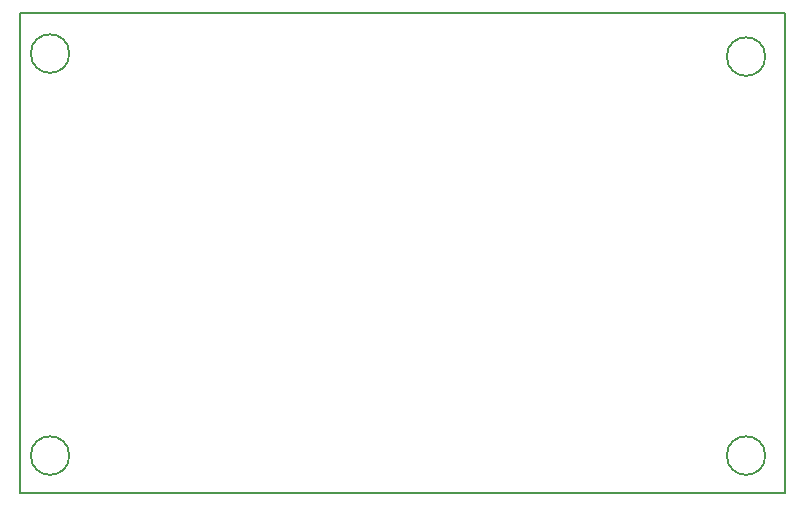
<source format=gm1>
%TF.GenerationSoftware,KiCad,Pcbnew,(5.0.0)*%
%TF.CreationDate,2019-11-04T22:18:49+01:00*%
%TF.ProjectId,PSAVanCanBridge_v14,50534156616E43616E4272696467655F,rev?*%
%TF.SameCoordinates,Original*%
%TF.FileFunction,Profile,NP*%
%FSLAX46Y46*%
G04 Gerber Fmt 4.6, Leading zero omitted, Abs format (unit mm)*
G04 Created by KiCad (PCBNEW (5.0.0)) date 11/04/19 22:18:49*
%MOMM*%
%LPD*%
G01*
G04 APERTURE LIST*
%ADD10C,0.150000*%
G04 APERTURE END LIST*
D10*
X113894394Y-54610000D02*
G75*
G03X113894394Y-54610000I-1626394J0D01*
G01*
X113894394Y-88392000D02*
G75*
G03X113894394Y-88392000I-1626394J0D01*
G01*
X54966394Y-88392000D02*
G75*
G03X54966394Y-88392000I-1626394J0D01*
G01*
X54966394Y-54356000D02*
G75*
G03X54966394Y-54356000I-1626394J0D01*
G01*
X50800000Y-91567000D02*
X50800000Y-50927000D01*
X115570000Y-91567000D02*
X50800000Y-91567000D01*
X115570000Y-50927000D02*
X115570000Y-91567000D01*
X50800000Y-50927000D02*
X115570000Y-50927000D01*
M02*

</source>
